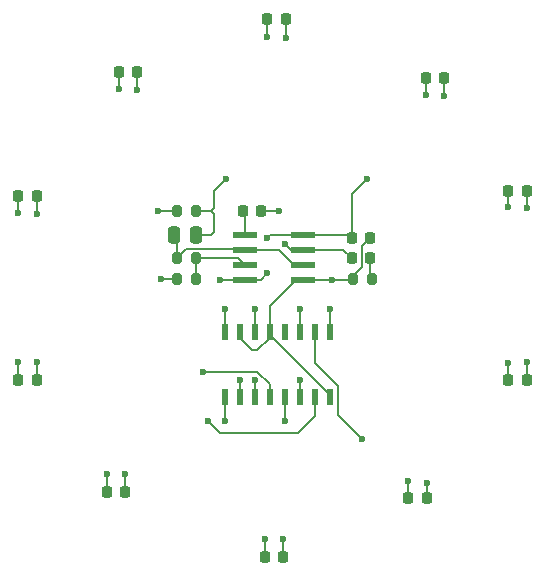
<source format=gbr>
G04 #@! TF.GenerationSoftware,KiCad,Pcbnew,8.0.6*
G04 #@! TF.CreationDate,2024-12-11T21:51:18-06:00*
G04 #@! TF.ProjectId,BCoin2024,42436f69-6e32-4303-9234-2e6b69636164,rev?*
G04 #@! TF.SameCoordinates,Original*
G04 #@! TF.FileFunction,Copper,L1,Top*
G04 #@! TF.FilePolarity,Positive*
%FSLAX46Y46*%
G04 Gerber Fmt 4.6, Leading zero omitted, Abs format (unit mm)*
G04 Created by KiCad (PCBNEW 8.0.6) date 2024-12-11 21:51:18*
%MOMM*%
%LPD*%
G01*
G04 APERTURE LIST*
G04 Aperture macros list*
%AMRoundRect*
0 Rectangle with rounded corners*
0 $1 Rounding radius*
0 $2 $3 $4 $5 $6 $7 $8 $9 X,Y pos of 4 corners*
0 Add a 4 corners polygon primitive as box body*
4,1,4,$2,$3,$4,$5,$6,$7,$8,$9,$2,$3,0*
0 Add four circle primitives for the rounded corners*
1,1,$1+$1,$2,$3*
1,1,$1+$1,$4,$5*
1,1,$1+$1,$6,$7*
1,1,$1+$1,$8,$9*
0 Add four rect primitives between the rounded corners*
20,1,$1+$1,$2,$3,$4,$5,0*
20,1,$1+$1,$4,$5,$6,$7,0*
20,1,$1+$1,$6,$7,$8,$9,0*
20,1,$1+$1,$8,$9,$2,$3,0*%
G04 Aperture macros list end*
G04 #@! TA.AperFunction,SMDPad,CuDef*
%ADD10RoundRect,0.218750X-0.218750X-0.256250X0.218750X-0.256250X0.218750X0.256250X-0.218750X0.256250X0*%
G04 #@! TD*
G04 #@! TA.AperFunction,SMDPad,CuDef*
%ADD11RoundRect,0.218750X0.218750X0.256250X-0.218750X0.256250X-0.218750X-0.256250X0.218750X-0.256250X0*%
G04 #@! TD*
G04 #@! TA.AperFunction,SMDPad,CuDef*
%ADD12R,2.000000X0.600000*%
G04 #@! TD*
G04 #@! TA.AperFunction,SMDPad,CuDef*
%ADD13RoundRect,0.250000X-0.250000X-0.475000X0.250000X-0.475000X0.250000X0.475000X-0.250000X0.475000X0*%
G04 #@! TD*
G04 #@! TA.AperFunction,SMDPad,CuDef*
%ADD14R,0.533400X1.460500*%
G04 #@! TD*
G04 #@! TA.AperFunction,SMDPad,CuDef*
%ADD15RoundRect,0.200000X0.200000X0.275000X-0.200000X0.275000X-0.200000X-0.275000X0.200000X-0.275000X0*%
G04 #@! TD*
G04 #@! TA.AperFunction,SMDPad,CuDef*
%ADD16RoundRect,0.225000X-0.225000X-0.250000X0.225000X-0.250000X0.225000X0.250000X-0.225000X0.250000X0*%
G04 #@! TD*
G04 #@! TA.AperFunction,SMDPad,CuDef*
%ADD17RoundRect,0.200000X-0.200000X-0.275000X0.200000X-0.275000X0.200000X0.275000X-0.200000X0.275000X0*%
G04 #@! TD*
G04 #@! TA.AperFunction,ViaPad*
%ADD18C,0.600000*%
G04 #@! TD*
G04 #@! TA.AperFunction,Conductor*
%ADD19C,0.200000*%
G04 #@! TD*
G04 APERTURE END LIST*
D10*
X133787500Y-113000000D03*
X135362500Y-113000000D03*
D11*
X156000000Y-98000000D03*
X154425000Y-98000000D03*
D12*
X137000000Y-89540000D03*
X137000000Y-88270000D03*
X137000000Y-87000000D03*
X137000000Y-85730000D03*
X132100000Y-85730000D03*
X132100000Y-87000000D03*
X132100000Y-88270000D03*
X132100000Y-89540000D03*
D13*
X126100000Y-85730000D03*
X128000000Y-85730000D03*
D10*
X134000000Y-67500000D03*
X135575000Y-67500000D03*
D11*
X156000000Y-82000000D03*
X154425000Y-82000000D03*
D10*
X112925000Y-82500000D03*
X114500000Y-82500000D03*
D11*
X142750000Y-87750000D03*
X141175000Y-87750000D03*
D14*
X130400000Y-99448300D03*
X131670000Y-99448300D03*
X132940000Y-99448300D03*
X134210000Y-99448300D03*
X135480000Y-99448300D03*
X136750000Y-99448300D03*
X138020000Y-99448300D03*
X139290000Y-99448300D03*
X139290000Y-94000000D03*
X138020000Y-94000000D03*
X136750000Y-94000000D03*
X135480000Y-94000000D03*
X134210000Y-94000000D03*
X132940000Y-94000000D03*
X131670000Y-94000000D03*
X130400000Y-94000000D03*
D15*
X128000000Y-87730000D03*
X126350000Y-87730000D03*
D10*
X112925000Y-98000000D03*
X114500000Y-98000000D03*
D15*
X128000000Y-83730000D03*
X126350000Y-83730000D03*
X142900000Y-89500000D03*
X141250000Y-89500000D03*
D11*
X147500000Y-108000000D03*
X145925000Y-108000000D03*
D16*
X141200000Y-86000000D03*
X142750000Y-86000000D03*
D10*
X120425000Y-107500000D03*
X122000000Y-107500000D03*
X121425000Y-72000000D03*
X123000000Y-72000000D03*
D17*
X126350000Y-89500000D03*
X128000000Y-89500000D03*
D11*
X149000000Y-72500000D03*
X147425000Y-72500000D03*
D16*
X131950000Y-83730000D03*
X133500000Y-83730000D03*
D18*
X130040000Y-89540000D03*
X130400000Y-92000000D03*
X125000000Y-89500000D03*
X134000000Y-89000000D03*
X134000000Y-86000000D03*
X142500000Y-81000000D03*
X139500000Y-89540000D03*
X135000000Y-83730000D03*
X130500000Y-81000000D03*
X135500000Y-86500000D03*
X132940000Y-92060000D03*
X112925000Y-96500000D03*
X134000000Y-69000000D03*
X149000000Y-74000000D03*
X124770000Y-83730000D03*
X121425000Y-73425000D03*
X133787500Y-111500000D03*
X147500000Y-106750000D03*
X156000000Y-83500000D03*
X120425000Y-106000000D03*
X112925000Y-83925000D03*
X156000000Y-96500000D03*
X136750000Y-92000000D03*
X135575000Y-69100000D03*
X139290000Y-92000000D03*
X147425000Y-73925000D03*
X136750000Y-98000000D03*
X154425000Y-83425000D03*
X154425000Y-96575000D03*
X135480000Y-101480000D03*
X145925000Y-106575000D03*
X130400000Y-101500000D03*
X142000000Y-103000000D03*
X135362500Y-111500000D03*
X129000000Y-101500000D03*
X122000000Y-106000000D03*
X128600000Y-97400000D03*
X114500000Y-96500000D03*
X114500000Y-84000000D03*
X131670000Y-98000000D03*
X132940000Y-98000000D03*
X123000000Y-73500000D03*
D19*
X141200000Y-82300000D02*
X142500000Y-81000000D01*
X137000000Y-85730000D02*
X134270000Y-85730000D01*
X141200000Y-86000000D02*
X141200000Y-82300000D01*
X134270000Y-85730000D02*
X134000000Y-86000000D01*
X130400000Y-94000000D02*
X130400000Y-92000000D01*
X133460000Y-89540000D02*
X134000000Y-89000000D01*
X132100000Y-89540000D02*
X133460000Y-89540000D01*
X126350000Y-89500000D02*
X125000000Y-89500000D01*
X132100000Y-89540000D02*
X130040000Y-89540000D01*
X140930000Y-85730000D02*
X141200000Y-86000000D01*
X137000000Y-85730000D02*
X140930000Y-85730000D01*
X134210000Y-91790000D02*
X136460000Y-89540000D01*
X142012500Y-88487500D02*
X142012500Y-86737500D01*
X129500000Y-83960000D02*
X129270000Y-83730000D01*
X129500000Y-83500000D02*
X129500000Y-82000000D01*
X141250000Y-89500000D02*
X141250000Y-89250000D01*
X129500000Y-85500000D02*
X129500000Y-83960000D01*
X134210000Y-94210000D02*
X134210000Y-94000000D01*
X131670000Y-94463550D02*
X132706450Y-95500000D01*
X133500000Y-83730000D02*
X135000000Y-83730000D01*
X129270000Y-85730000D02*
X129500000Y-85500000D01*
X134210000Y-94000000D02*
X134210000Y-91790000D01*
X131670000Y-94000000D02*
X131670000Y-94463550D01*
X134210000Y-94463550D02*
X134210000Y-94000000D01*
X136460000Y-89540000D02*
X137000000Y-89540000D01*
X129500000Y-82000000D02*
X130500000Y-81000000D01*
X129270000Y-83730000D02*
X129500000Y-83500000D01*
X141210000Y-89540000D02*
X141250000Y-89500000D01*
X139290000Y-99290000D02*
X134210000Y-94210000D01*
X137000000Y-89540000D02*
X139500000Y-89540000D01*
X132706450Y-95500000D02*
X133173550Y-95500000D01*
X128000000Y-83730000D02*
X129270000Y-83730000D01*
X133173550Y-95500000D02*
X134210000Y-94463550D01*
X142012500Y-86737500D02*
X142750000Y-86000000D01*
X141250000Y-89250000D02*
X142012500Y-88487500D01*
X128000000Y-85730000D02*
X129270000Y-85730000D01*
X139500000Y-89540000D02*
X141210000Y-89540000D01*
X139290000Y-99448300D02*
X139290000Y-99290000D01*
X126350000Y-87730000D02*
X126350000Y-85980000D01*
X136300000Y-88270000D02*
X135030000Y-87000000D01*
X135030000Y-87000000D02*
X132100000Y-87000000D01*
X137000000Y-88270000D02*
X136300000Y-88270000D01*
X126350000Y-85980000D02*
X126100000Y-85730000D01*
X127125000Y-86955000D02*
X126350000Y-87730000D01*
X132055000Y-86955000D02*
X127125000Y-86955000D01*
X132100000Y-87000000D02*
X132055000Y-86955000D01*
X132100000Y-85730000D02*
X132100000Y-83880000D01*
X132100000Y-83880000D02*
X131950000Y-83730000D01*
X142750000Y-89350000D02*
X142900000Y-89500000D01*
X142750000Y-87750000D02*
X142750000Y-89350000D01*
X132940000Y-94000000D02*
X132940000Y-92060000D01*
X137000000Y-87000000D02*
X140425000Y-87000000D01*
X137000000Y-87000000D02*
X136000000Y-87000000D01*
X140425000Y-87000000D02*
X141175000Y-87750000D01*
X136000000Y-87000000D02*
X135500000Y-86500000D01*
X134000000Y-68000000D02*
X134000000Y-69000000D01*
X133787500Y-113000000D02*
X133787500Y-111500000D01*
X149000000Y-72500000D02*
X149000000Y-74000000D01*
X147500000Y-108000000D02*
X147500000Y-106750000D01*
X112925000Y-82500000D02*
X112925000Y-83925000D01*
X156000000Y-98000000D02*
X156000000Y-96500000D01*
X126350000Y-83730000D02*
X124770000Y-83730000D01*
X121425000Y-72000000D02*
X121425000Y-73425000D01*
X156000000Y-82000000D02*
X156000000Y-83500000D01*
X112925000Y-98000000D02*
X112925000Y-96500000D01*
X120425000Y-107500000D02*
X120425000Y-106000000D01*
X135575000Y-68000000D02*
X135575000Y-69100000D01*
X136750000Y-94000000D02*
X136750000Y-92000000D01*
X147425000Y-72500000D02*
X147425000Y-73925000D01*
X139290000Y-94000000D02*
X139290000Y-92000000D01*
X154425000Y-82000000D02*
X154425000Y-83425000D01*
X136750000Y-99448300D02*
X136750000Y-98000000D01*
X135480000Y-99448300D02*
X135480000Y-101480000D01*
X154425000Y-98000000D02*
X154425000Y-96575000D01*
X145925000Y-108000000D02*
X145925000Y-106575000D01*
X130400000Y-99448300D02*
X130400000Y-101500000D01*
X140000000Y-98561350D02*
X138020000Y-96581350D01*
X135362500Y-113000000D02*
X135362500Y-111500000D01*
X138020000Y-96581350D02*
X138020000Y-94000000D01*
X142000000Y-103000000D02*
X140000000Y-101000000D01*
X140000000Y-101000000D02*
X140000000Y-98561350D01*
X130000000Y-102500000D02*
X136598529Y-102500000D01*
X129000000Y-101500000D02*
X130000000Y-102500000D01*
X136598529Y-102500000D02*
X138020000Y-101078529D01*
X138020000Y-101078529D02*
X138020000Y-99448300D01*
X122000000Y-107500000D02*
X122000000Y-106000000D01*
X114500000Y-98000000D02*
X114500000Y-96500000D01*
X134210000Y-99448300D02*
X134210000Y-98421471D01*
X133188529Y-97400000D02*
X128600000Y-97400000D01*
X134210000Y-98421471D02*
X133188529Y-97400000D01*
X114500000Y-82500000D02*
X114500000Y-84000000D01*
X131670000Y-99448300D02*
X131670000Y-98000000D01*
X132940000Y-99448300D02*
X132940000Y-98000000D01*
X123000000Y-72000000D02*
X123000000Y-73500000D01*
X131560000Y-87730000D02*
X132100000Y-88270000D01*
X128000000Y-87730000D02*
X131560000Y-87730000D01*
X128000000Y-87730000D02*
X128000000Y-89500000D01*
M02*

</source>
